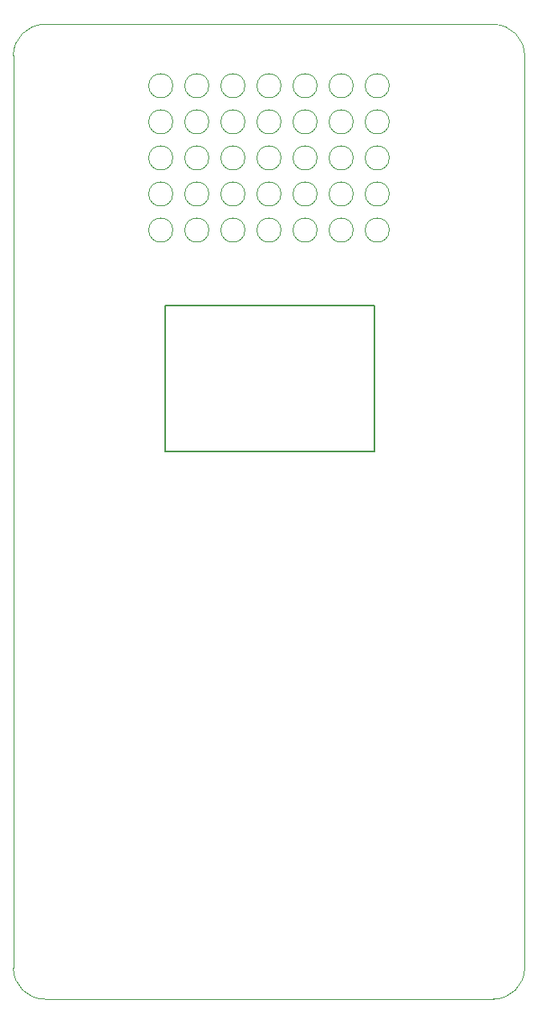
<source format=gbr>
%TF.GenerationSoftware,KiCad,Pcbnew,6.0.10-86aedd382b~118~ubuntu22.04.1*%
%TF.CreationDate,2023-01-20T18:03:14-05:00*%
%TF.ProjectId,picoco2_cover,7069636f-636f-4325-9f63-6f7665722e6b,rev?*%
%TF.SameCoordinates,Original*%
%TF.FileFunction,Profile,NP*%
%FSLAX46Y46*%
G04 Gerber Fmt 4.6, Leading zero omitted, Abs format (unit mm)*
G04 Created by KiCad (PCBNEW 6.0.10-86aedd382b~118~ubuntu22.04.1) date 2023-01-20 18:03:14*
%MOMM*%
%LPD*%
G01*
G04 APERTURE LIST*
%TA.AperFunction,Profile*%
%ADD10C,0.100000*%
%TD*%
%TA.AperFunction,Profile*%
%ADD11C,0.150000*%
%TD*%
G04 APERTURE END LIST*
D10*
X39700000Y-10290000D02*
G75*
G03*
X39700000Y-10290000I-1270000J0D01*
G01*
X16840000Y-21720000D02*
G75*
G03*
X16840000Y-21720000I-1270000J0D01*
G01*
X28270000Y-17910000D02*
G75*
G03*
X28270000Y-17910000I-1270000J0D01*
G01*
X24460000Y-14100000D02*
G75*
G03*
X24460000Y-14100000I-1270000J0D01*
G01*
X54000000Y-3302000D02*
G75*
G03*
X50698000Y0I-3302000J0D01*
G01*
X16840000Y-14100000D02*
G75*
G03*
X16840000Y-14100000I-1270000J0D01*
G01*
X28270000Y-21720000D02*
G75*
G03*
X28270000Y-21720000I-1270000J0D01*
G01*
X16840000Y-17910000D02*
G75*
G03*
X16840000Y-17910000I-1270000J0D01*
G01*
X32080000Y-10290000D02*
G75*
G03*
X32080000Y-10290000I-1270000J0D01*
G01*
X16840000Y-10290000D02*
G75*
G03*
X16840000Y-10290000I-1270000J0D01*
G01*
X50698000Y0D02*
X3300067Y1933D01*
X20650000Y-6480000D02*
G75*
G03*
X20650000Y-6480000I-1270000J0D01*
G01*
X32080000Y-21720000D02*
G75*
G03*
X32080000Y-21720000I-1270000J0D01*
G01*
X32080000Y-6480000D02*
G75*
G03*
X32080000Y-6480000I-1270000J0D01*
G01*
X24460000Y-21720000D02*
G75*
G03*
X24460000Y-21720000I-1270000J0D01*
G01*
X35890000Y-17910000D02*
G75*
G03*
X35890000Y-17910000I-1270000J0D01*
G01*
X35890000Y-14100000D02*
G75*
G03*
X35890000Y-14100000I-1270000J0D01*
G01*
X35890000Y-21720000D02*
G75*
G03*
X35890000Y-21720000I-1270000J0D01*
G01*
X-1933Y-3300067D02*
X0Y-99618800D01*
X20650000Y-17910000D02*
G75*
G03*
X20650000Y-17910000I-1270000J0D01*
G01*
X28270000Y-14100000D02*
G75*
G03*
X28270000Y-14100000I-1270000J0D01*
G01*
X35890000Y-6480000D02*
G75*
G03*
X35890000Y-6480000I-1270000J0D01*
G01*
X24460000Y-17910000D02*
G75*
G03*
X24460000Y-17910000I-1270000J0D01*
G01*
X28270000Y-6480000D02*
G75*
G03*
X28270000Y-6480000I-1270000J0D01*
G01*
X3302000Y-102920800D02*
X50708333Y-102920800D01*
X32080000Y-14100000D02*
G75*
G03*
X32080000Y-14100000I-1270000J0D01*
G01*
D11*
X38100000Y-29700000D02*
X16000000Y-29700000D01*
D10*
X20650000Y-10290000D02*
G75*
G03*
X20650000Y-10290000I-1270000J0D01*
G01*
X32080000Y-17910000D02*
G75*
G03*
X32080000Y-17910000I-1270000J0D01*
G01*
X39700000Y-21720000D02*
G75*
G03*
X39700000Y-21720000I-1270000J0D01*
G01*
D11*
X16000000Y-29700000D02*
X16000000Y-45100000D01*
D10*
X20650000Y-21720000D02*
G75*
G03*
X20650000Y-21720000I-1270000J0D01*
G01*
X28270000Y-10290000D02*
G75*
G03*
X28270000Y-10290000I-1270000J0D01*
G01*
D11*
X38100000Y-45100000D02*
X38100000Y-29700000D01*
D10*
X39700000Y-17910000D02*
G75*
G03*
X39700000Y-17910000I-1270000J0D01*
G01*
D11*
X16000000Y-45100000D02*
X38100000Y-45100000D01*
D10*
X50708333Y-102920816D02*
G75*
G03*
X54000000Y-99618800I-33J3291716D01*
G01*
X0Y-99618800D02*
G75*
G03*
X3302000Y-102920800I3302000J0D01*
G01*
X39700000Y-6480000D02*
G75*
G03*
X39700000Y-6480000I-1270000J0D01*
G01*
X3300067Y1933D02*
G75*
G03*
X-1933Y-3300067I-1J-3301999D01*
G01*
X54000000Y-99618800D02*
X54000000Y-3302000D01*
X24460000Y-6480000D02*
G75*
G03*
X24460000Y-6480000I-1270000J0D01*
G01*
X39700000Y-14100000D02*
G75*
G03*
X39700000Y-14100000I-1270000J0D01*
G01*
X20650000Y-14100000D02*
G75*
G03*
X20650000Y-14100000I-1270000J0D01*
G01*
X24460000Y-10290000D02*
G75*
G03*
X24460000Y-10290000I-1270000J0D01*
G01*
X35890000Y-10290000D02*
G75*
G03*
X35890000Y-10290000I-1270000J0D01*
G01*
X16840000Y-6480000D02*
G75*
G03*
X16840000Y-6480000I-1270000J0D01*
G01*
M02*

</source>
